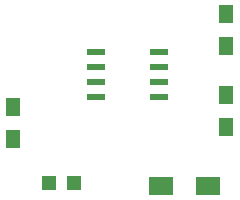
<source format=gts>
G04 #@! TF.FileFunction,Soldermask,Top*
%FSLAX46Y46*%
G04 Gerber Fmt 4.6, Leading zero omitted, Abs format (unit mm)*
G04 Created by KiCad (PCBNEW 4.0.2-stable) date 2016 July 20, Wednesday 22:41:42*
%MOMM*%
G01*
G04 APERTURE LIST*
%ADD10C,0.100000*%
%ADD11R,2.000000X1.600000*%
%ADD12R,1.198880X1.198880*%
%ADD13R,1.300000X1.500000*%
%ADD14R,1.550000X0.600000*%
G04 APERTURE END LIST*
D10*
D11*
X153892000Y-112522000D03*
X149892000Y-112522000D03*
D12*
X140428980Y-112268000D03*
X142527020Y-112268000D03*
D13*
X155448000Y-97964000D03*
X155448000Y-100664000D03*
X155448000Y-104822000D03*
X155448000Y-107522000D03*
X137414000Y-105838000D03*
X137414000Y-108538000D03*
D14*
X144366000Y-101219000D03*
X144366000Y-102489000D03*
X144366000Y-103759000D03*
X144366000Y-105029000D03*
X149766000Y-105029000D03*
X149766000Y-103759000D03*
X149766000Y-102489000D03*
X149766000Y-101219000D03*
M02*

</source>
